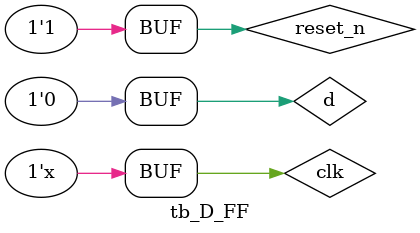
<source format=v>
`timescale 1ns/100ps
module tb_D_FF();
reg clk,reset_n,d;//???? clk,reset_n,d
D_FF test(clk,reset_n,d,q);
initial//???
begin
	 clk=0; reset_n=1; d=0;	//0~5ns
#5		reset_n=0;	//5~10ns
#5	 	reset_n=1;	//10ns~
end
always//??
begin
#5 clk=!clk;//5ns?? ??
end
always//??
begin
#10 d=1;//10~30ns
#20 d=0;//30~40ns
end

endmodule

</source>
